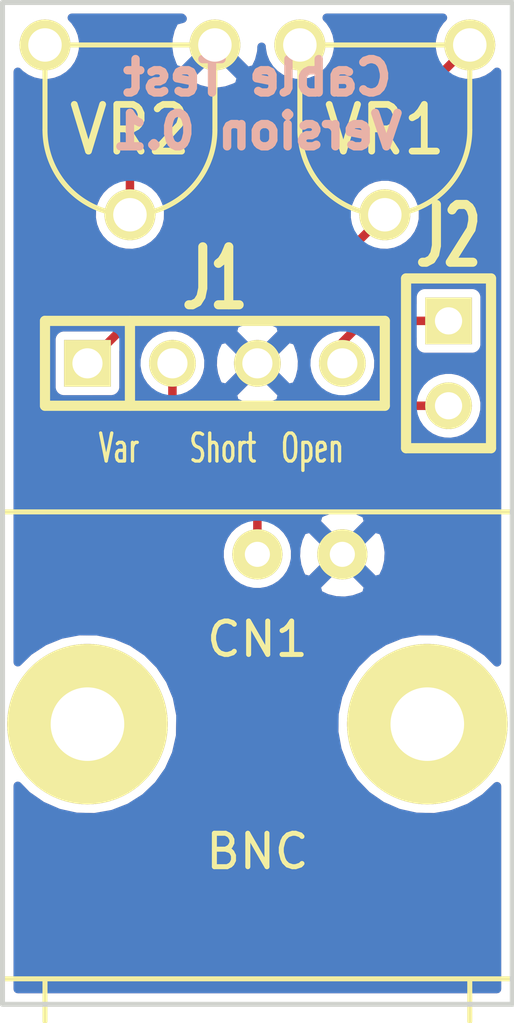
<source format=kicad_pcb>
(kicad_pcb (version 3) (host pcbnew "(2013-jul-07)-stable")

  (general
    (links 7)
    (no_connects 0)
    (area 55.550999 15.164999 72.9234 46.049001)
    (thickness 1.6)
    (drawings 7)
    (tracks 15)
    (zones 0)
    (modules 5)
    (nets 6)
  )

  (page A3)
  (layers
    (15 F.Cu signal)
    (0 B.Cu signal)
    (16 B.Adhes user)
    (17 F.Adhes user)
    (18 B.Paste user)
    (19 F.Paste user)
    (20 B.SilkS user)
    (21 F.SilkS user)
    (22 B.Mask user)
    (23 F.Mask user)
    (24 Dwgs.User user)
    (25 Cmts.User user)
    (26 Eco1.User user)
    (27 Eco2.User user)
    (28 Edge.Cuts user)
  )

  (setup
    (last_trace_width 0.254)
    (trace_clearance 0.254)
    (zone_clearance 0.254)
    (zone_45_only yes)
    (trace_min 0.1524)
    (segment_width 0.2)
    (edge_width 0.15)
    (via_size 0.889)
    (via_drill 0.635)
    (via_min_size 0.6858)
    (via_min_drill 0.3302)
    (uvia_size 0.508)
    (uvia_drill 0.127)
    (uvias_allowed no)
    (uvia_min_size 0.508)
    (uvia_min_drill 0.127)
    (pcb_text_width 0.3)
    (pcb_text_size 1 1)
    (mod_edge_width 0.15)
    (mod_text_size 1 1)
    (mod_text_width 0.15)
    (pad_size 1.397 1.397)
    (pad_drill 0.8128)
    (pad_to_mask_clearance 0)
    (aux_axis_origin 0 0)
    (visible_elements FFFFFFBF)
    (pcbplotparams
      (layerselection 284196865)
      (usegerberextensions true)
      (excludeedgelayer true)
      (linewidth 0.150000)
      (plotframeref false)
      (viasonmask false)
      (mode 1)
      (useauxorigin false)
      (hpglpennumber 1)
      (hpglpenspeed 20)
      (hpglpendiameter 15)
      (hpglpenoverlay 2)
      (psnegative false)
      (psa4output false)
      (plotreference true)
      (plotvalue true)
      (plotothertext true)
      (plotinvisibletext false)
      (padsonsilk false)
      (subtractmaskfromsilk false)
      (outputformat 1)
      (mirror false)
      (drillshape 0)
      (scaleselection 1)
      (outputdirectory gerbers/))
  )

  (net 0 "")
  (net 1 GND)
  (net 2 N-000001)
  (net 3 N-000002)
  (net 4 N-000005)
  (net 5 N-000007)

  (net_class Default "This is the default net class."
    (clearance 0.254)
    (trace_width 0.254)
    (via_dia 0.889)
    (via_drill 0.635)
    (uvia_dia 0.508)
    (uvia_drill 0.127)
    (add_net "")
    (add_net GND)
    (add_net N-000001)
    (add_net N-000002)
    (add_net N-000005)
    (add_net N-000007)
  )

  (module BNC-RIGHT-ANGLE-PLASTIC (layer F.Cu) (tedit 52E4FB4E) (tstamp 52E5028B)
    (at 63.5 31.75)
    (path /52E4F0C4)
    (fp_text reference CN1 (at 0 2.54) (layer F.SilkS)
      (effects (font (size 1 1) (thickness 0.15)))
    )
    (fp_text value BNC (at 0 8.89) (layer F.SilkS)
      (effects (font (size 1 1) (thickness 0.15)))
    )
    (fp_line (start -6.35 13.97) (end -6.35 12.7) (layer F.SilkS) (width 0.15))
    (fp_line (start 6.35 12.7) (end 6.35 13.97) (layer F.SilkS) (width 0.15))
    (fp_line (start -6.35 -1.27) (end -7.62 -1.27) (layer F.SilkS) (width 0.15))
    (fp_line (start -7.62 -1.27) (end -7.62 12.7) (layer F.SilkS) (width 0.15))
    (fp_line (start -7.62 12.7) (end 7.62 12.7) (layer F.SilkS) (width 0.15))
    (fp_line (start 7.62 12.7) (end 7.62 11.43) (layer F.SilkS) (width 0.15))
    (fp_line (start -7.23 -1.27) (end 7.62 -1.27) (layer F.SilkS) (width 0.15))
    (fp_line (start 7.62 -1.27) (end 7.62 12.23) (layer F.SilkS) (width 0.15))
    (pad NC thru_hole circle (at -5.08 5.08) (size 4.8 4.8) (drill 2.2)
      (layers *.Cu *.Mask F.SilkS)
    )
    (pad NC thru_hole circle (at 5.08 5.08) (size 4.8 4.8) (drill 2.2)
      (layers *.Cu *.Mask F.SilkS)
    )
    (pad 1 thru_hole circle (at 0 0) (size 1.5 1.5) (drill 0.75)
      (layers *.Cu *.Mask F.SilkS)
      (net 3 N-000002)
    )
    (pad 2 thru_hole circle (at 2.54 0) (size 1.5 1.5) (drill 0.75)
      (layers *.Cu *.Mask F.SilkS)
      (net 1 GND)
    )
  )

  (module RV-BLUE-PLASTIC (layer F.Cu) (tedit 52E52E37) (tstamp 52E5407E)
    (at 67.31 21.59 180)
    (descr "Resistance variable / potentiometre")
    (tags R)
    (path /52E4B00B)
    (autoplace_cost90 10)
    (autoplace_cost180 10)
    (fp_text reference VR1 (at 0 2.54 180) (layer F.SilkS)
      (effects (font (size 1.397 1.27) (thickness 0.2032)))
    )
    (fp_text value 10R (at 0 2.54 180) (layer F.SilkS) hide
      (effects (font (size 1.397 1.27) (thickness 0.2032)))
    )
    (fp_line (start -2.54 2.54) (end -2.54 5.08) (layer F.SilkS) (width 0.15))
    (fp_line (start -2.54 5.08) (end 2.54 5.08) (layer F.SilkS) (width 0.15))
    (fp_line (start 2.54 5.08) (end 2.54 2.54) (layer F.SilkS) (width 0.15))
    (fp_arc (start 0 2.54) (end 0 0) (angle 90) (layer F.SilkS) (width 0.15))
    (fp_arc (start 0 2.54) (end -2.54 2.54) (angle 90) (layer F.SilkS) (width 0.15))
    (pad 2 thru_hole circle (at 0 0 180) (size 1.524 1.524) (drill 1)
      (layers *.Cu *.Mask F.SilkS)
      (net 4 N-000005)
    )
    (pad 1 thru_hole circle (at -2.54 5.08 180) (size 1.524 1.524) (drill 1)
      (layers *.Cu *.Mask F.SilkS)
      (net 5 N-000007)
    )
    (pad 3 thru_hole circle (at 2.54 5.08 180) (size 1.524 1.524) (drill 1)
      (layers *.Cu *.Mask F.SilkS)
    )
    (model discret/adjustable_rx2.wrl
      (at (xyz 0 0 0))
      (scale (xyz 1 1 1))
      (rotate (xyz 0 0 0))
    )
  )

  (module RV-BLUE-PLASTIC (layer F.Cu) (tedit 52E52E2C) (tstamp 52E5408A)
    (at 59.69 21.59 180)
    (descr "Resistance variable / potentiometre")
    (tags R)
    (path /52E4AFFE)
    (autoplace_cost90 10)
    (autoplace_cost180 10)
    (fp_text reference VR2 (at 0 2.54 180) (layer F.SilkS)
      (effects (font (size 1.397 1.27) (thickness 0.2032)))
    )
    (fp_text value 200R (at 0 2.54 180) (layer F.SilkS) hide
      (effects (font (size 1.397 1.27) (thickness 0.2032)))
    )
    (fp_line (start -2.54 2.54) (end -2.54 5.08) (layer F.SilkS) (width 0.15))
    (fp_line (start -2.54 5.08) (end 2.54 5.08) (layer F.SilkS) (width 0.15))
    (fp_line (start 2.54 5.08) (end 2.54 2.54) (layer F.SilkS) (width 0.15))
    (fp_arc (start 0 2.54) (end 0 0) (angle 90) (layer F.SilkS) (width 0.15))
    (fp_arc (start 0 2.54) (end -2.54 2.54) (angle 90) (layer F.SilkS) (width 0.15))
    (pad 2 thru_hole circle (at 0 0 180) (size 1.524 1.524) (drill 1)
      (layers *.Cu *.Mask F.SilkS)
      (net 5 N-000007)
    )
    (pad 1 thru_hole circle (at -2.54 5.08 180) (size 1.524 1.524) (drill 1)
      (layers *.Cu *.Mask F.SilkS)
      (net 1 GND)
    )
    (pad 3 thru_hole circle (at 2.54 5.08 180) (size 1.524 1.524) (drill 1)
      (layers *.Cu *.Mask F.SilkS)
    )
    (model discret/adjustable_rx2.wrl
      (at (xyz 0 0 0))
      (scale (xyz 1 1 1))
      (rotate (xyz 0 0 0))
    )
  )

  (module SIL-4 (layer F.Cu) (tedit 52E53AAA) (tstamp 52E51D2F)
    (at 62.23 26.035)
    (descr "Connecteur 4 pibs")
    (tags "CONN DEV")
    (path /52E50F02)
    (fp_text reference J1 (at 0 -2.54) (layer F.SilkS)
      (effects (font (size 1.73482 1.08712) (thickness 0.3048)))
    )
    (fp_text value SIL4 (at 0 -2.54) (layer F.SilkS) hide
      (effects (font (size 1.524 1.016) (thickness 0.3048)))
    )
    (fp_line (start -5.08 -1.27) (end -5.08 -1.27) (layer F.SilkS) (width 0.3048))
    (fp_line (start -5.08 1.27) (end -5.08 -1.27) (layer F.SilkS) (width 0.3048))
    (fp_line (start -5.08 -1.27) (end -5.08 -1.27) (layer F.SilkS) (width 0.3048))
    (fp_line (start -5.08 -1.27) (end 5.08 -1.27) (layer F.SilkS) (width 0.3048))
    (fp_line (start 5.08 -1.27) (end 5.08 1.27) (layer F.SilkS) (width 0.3048))
    (fp_line (start 5.08 1.27) (end -5.08 1.27) (layer F.SilkS) (width 0.3048))
    (fp_line (start -2.54 1.27) (end -2.54 -1.27) (layer F.SilkS) (width 0.3048))
    (pad 1 thru_hole rect (at -3.81 0) (size 1.397 1.397) (drill 0.9)
      (layers *.Cu *.Mask F.SilkS)
      (net 4 N-000005)
    )
    (pad 2 thru_hole circle (at -1.27 0) (size 1.397 1.397) (drill 0.9)
      (layers *.Cu *.Mask F.SilkS)
      (net 3 N-000002)
    )
    (pad 3 thru_hole circle (at 1.27 0) (size 1.397 1.397) (drill 0.9)
      (layers *.Cu *.Mask F.SilkS)
      (net 1 GND)
    )
    (pad 4 thru_hole circle (at 3.81 0) (size 1.397 1.397) (drill 0.9)
      (layers *.Cu *.Mask F.SilkS)
      (net 2 N-000001)
    )
  )

  (module SIL-2 (layer F.Cu) (tedit 52E53C66) (tstamp 52E57FC7)
    (at 69.215 26.035 270)
    (descr "Connecteurs 2 pins")
    (tags "CONN DEV")
    (path /52E539B0)
    (fp_text reference J2 (at -3.81 0 360) (layer F.SilkS)
      (effects (font (size 1.72974 1.08712) (thickness 0.3048)))
    )
    (fp_text value SIL4 (at 0 -2.54 270) (layer F.SilkS) hide
      (effects (font (size 1.524 1.016) (thickness 0.3048)))
    )
    (fp_line (start -2.54 1.27) (end -2.54 -1.27) (layer F.SilkS) (width 0.3048))
    (fp_line (start -2.54 -1.27) (end 2.54 -1.27) (layer F.SilkS) (width 0.3048))
    (fp_line (start 2.54 -1.27) (end 2.54 1.27) (layer F.SilkS) (width 0.3048))
    (fp_line (start 2.54 1.27) (end -2.54 1.27) (layer F.SilkS) (width 0.3048))
    (pad 1 thru_hole rect (at -1.27 0 270) (size 1.397 1.397) (drill 0.8128)
      (layers *.Cu *.Mask F.SilkS)
      (net 2 N-000001)
    )
    (pad 2 thru_hole circle (at 1.27 0 270) (size 1.397 1.397) (drill 0.8128)
      (layers *.Cu *.Mask F.SilkS)
      (net 3 N-000002)
    )
  )

  (gr_text "Aaron Pelly" (at 63.5 41.91) (layer B.Mask)
    (effects (font (size 2.5 1.6) (thickness 0.25)) (justify mirror))
  )
  (gr_text "Cable Test\nVersion 0.1" (at 63.5 18.288) (layer B.SilkS)
    (effects (font (size 1 1) (thickness 0.25)) (justify mirror))
  )
  (gr_text " Var    Short  Open" (at 62.23 28.575) (layer F.SilkS)
    (effects (font (size 0.8382 0.5) (thickness 0.1)))
  )
  (gr_line (start 55.88 45.212) (end 55.88 15.24) (angle 90) (layer Edge.Cuts) (width 0.15))
  (gr_line (start 71.12 15.24) (end 71.12 45.212) (angle 90) (layer Edge.Cuts) (width 0.15))
  (gr_line (start 55.88 45.212) (end 71.12 45.212) (angle 90) (layer Edge.Cuts) (width 0.15))
  (gr_line (start 55.88 15.24) (end 71.12 15.24) (angle 90) (layer Edge.Cuts) (width 0.15))

  (segment (start 66.04 26.035) (end 66.04 25.4) (width 0.254) (layer F.Cu) (net 2))
  (segment (start 66.675 24.765) (end 69.215 24.765) (width 0.254) (layer F.Cu) (net 2) (tstamp 52E57FD3))
  (segment (start 66.04 25.4) (end 66.675 24.765) (width 0.254) (layer F.Cu) (net 2) (tstamp 52E57FD2))
  (segment (start 63.5 29.845) (end 66.04 27.305) (width 0.254) (layer F.Cu) (net 3))
  (segment (start 66.04 27.305) (end 69.215 27.305) (width 0.254) (layer F.Cu) (net 3) (tstamp 52E57FF5) (status 800000))
  (segment (start 63.5 31.75) (end 63.5 29.845) (width 0.254) (layer F.Cu) (net 3) (status 10))
  (segment (start 60.96 27.305) (end 60.96 26.035) (width 0.254) (layer F.Cu) (net 3) (tstamp 52E523EE) (status 20))
  (segment (start 63.5 29.845) (end 60.96 27.305) (width 0.254) (layer F.Cu) (net 3) (tstamp 52E523ED))
  (segment (start 58.42 26.035) (end 60.96 23.495) (width 0.254) (layer F.Cu) (net 4) (status 10))
  (segment (start 65.405 23.495) (end 67.31 21.59) (width 0.254) (layer F.Cu) (net 4) (tstamp 52E524B6) (status 20))
  (segment (start 60.96 23.495) (end 65.405 23.495) (width 0.254) (layer F.Cu) (net 4) (tstamp 52E524AD))
  (segment (start 59.69 21.59) (end 59.69 20.32) (width 0.254) (layer F.Cu) (net 5) (status 10))
  (segment (start 67.31 19.05) (end 69.85 16.51) (width 0.254) (layer F.Cu) (net 5) (tstamp 52E524F0) (status 20))
  (segment (start 60.96 19.05) (end 67.31 19.05) (width 0.254) (layer F.Cu) (net 5) (tstamp 52E524E9))
  (segment (start 59.69 20.32) (end 60.96 19.05) (width 0.254) (layer F.Cu) (net 5) (tstamp 52E524E5))

  (zone (net 1) (net_name GND) (layer F.Cu) (tstamp 52E51E37) (hatch edge 0.508)
    (connect_pads (clearance 0.254))
    (min_thickness 0.254)
    (fill (arc_segments 32) (thermal_gap 0.508) (thermal_bridge_width 0.508) (smoothing fillet))
    (polygon
      (pts
        (xy 71.12 45.212) (xy 55.88 45.212) (xy 55.88 15.24) (xy 56.896 15.24) (xy 71.12 15.24)
      )
    )
    (filled_polygon
      (pts
        (xy 70.664 44.756) (xy 56.336 44.756) (xy 56.336 38.675533) (xy 56.608857 38.958085) (xy 57.056698 39.269342)
        (xy 57.556466 39.487686) (xy 58.089125 39.604798) (xy 58.634388 39.61622) (xy 59.171485 39.521515) (xy 59.679957 39.324292)
        (xy 60.140439 39.032061) (xy 60.535389 38.655955) (xy 60.849765 38.210299) (xy 61.071592 37.712067) (xy 61.192421 37.180238)
        (xy 61.201119 36.557309) (xy 61.095187 36.022313) (xy 60.887358 35.518082) (xy 60.585548 35.063822) (xy 60.201253 34.676835)
        (xy 59.749111 34.371861) (xy 59.246343 34.160517) (xy 58.7121 34.050852) (xy 58.166731 34.047045) (xy 57.631009 34.149239)
        (xy 57.12534 34.353543) (xy 56.668983 34.652174) (xy 56.336 34.978255) (xy 56.336 17.312561) (xy 56.405615 17.38465)
        (xy 56.589679 17.512577) (xy 56.795085 17.602317) (xy 57.014009 17.650451) (xy 57.238114 17.655145) (xy 57.458862 17.616221)
        (xy 57.667846 17.535162) (xy 57.857106 17.415054) (xy 58.019432 17.260473) (xy 58.148641 17.077307) (xy 58.239813 16.872532)
        (xy 58.289473 16.653949) (xy 58.293049 16.397923) (xy 58.24951 16.178038) (xy 58.164092 15.970798) (xy 58.040047 15.784095)
        (xy 57.952565 15.696) (xy 61.236392 15.696) (xy 61.264433 15.724041) (xy 61.024344 15.79102) (xy 60.907655 16.038893)
        (xy 60.841334 16.30471) (xy 60.827906 16.578346) (xy 60.867884 16.849379) (xy 60.959744 17.107486) (xy 61.024344 17.22898)
        (xy 61.264436 17.295959) (xy 62.050395 16.51) (xy 62.036252 16.495857) (xy 62.215857 16.316252) (xy 62.23 16.330395)
        (xy 62.244142 16.316252) (xy 62.423747 16.495857) (xy 62.409605 16.51) (xy 63.195564 17.295959) (xy 63.435656 17.22898)
        (xy 63.552345 16.981107) (xy 63.618666 16.71529) (xy 63.626084 16.564118) (xy 63.625498 16.606107) (xy 63.665962 16.826578)
        (xy 63.748479 17.034991) (xy 63.869905 17.223407) (xy 64.025615 17.38465) (xy 64.209679 17.512577) (xy 64.415085 17.602317)
        (xy 64.634009 17.650451) (xy 64.858114 17.655145) (xy 65.078862 17.616221) (xy 65.287846 17.535162) (xy 65.477106 17.415054)
        (xy 65.639432 17.260473) (xy 65.768641 17.077307) (xy 65.859813 16.872532) (xy 65.909473 16.653949) (xy 65.913049 16.397923)
        (xy 65.86951 16.178038) (xy 65.784092 15.970798) (xy 65.660047 15.784095) (xy 65.572565 15.696) (xy 69.047517 15.696)
        (xy 68.970175 15.771739) (xy 68.843535 15.956691) (xy 68.755232 16.162719) (xy 68.708628 16.381975) (xy 68.705498 16.606107)
        (xy 68.745962 16.826578) (xy 68.765543 16.876035) (xy 67.099579 18.542) (xy 63.015959 18.542) (xy 63.015959 17.475564)
        (xy 62.23 16.689605) (xy 62.050395 16.86921) (xy 61.444041 17.475564) (xy 61.51102 17.715656) (xy 61.758893 17.832345)
        (xy 62.02471 17.898666) (xy 62.298346 17.912094) (xy 62.569379 17.872116) (xy 62.827486 17.780256) (xy 62.94898 17.715656)
        (xy 63.015959 17.475564) (xy 63.015959 18.542) (xy 60.96 18.542) (xy 60.9133 18.546579) (xy 60.866552 18.550669)
        (xy 60.863986 18.551414) (xy 60.861329 18.551675) (xy 60.81641 18.565236) (xy 60.771344 18.57833) (xy 60.768973 18.579558)
        (xy 60.766416 18.580331) (xy 60.724966 18.602369) (xy 60.683323 18.623956) (xy 60.681237 18.625621) (xy 60.678877 18.626876)
        (xy 60.642487 18.656554) (xy 60.60584 18.68581) (xy 60.602124 18.689473) (xy 60.602046 18.689538) (xy 60.601985 18.68961)
        (xy 60.60079 18.69079) (xy 59.33079 19.96079) (xy 59.301023 19.997028) (xy 59.270842 20.032997) (xy 59.269554 20.035339)
        (xy 59.26786 20.037402) (xy 59.245689 20.078749) (xy 59.223079 20.119878) (xy 59.222271 20.122423) (xy 59.221009 20.124778)
        (xy 59.207284 20.16967) (xy 59.193101 20.214381) (xy 59.192803 20.217034) (xy 59.192022 20.21959) (xy 59.187276 20.266312)
        (xy 59.18205 20.312907) (xy 59.182013 20.318126) (xy 59.182003 20.318227) (xy 59.182011 20.31832) (xy 59.182 20.32)
        (xy 59.182 20.562428) (xy 59.157891 20.572169) (xy 58.970327 20.694907) (xy 58.810175 20.851739) (xy 58.683535 21.036691)
        (xy 58.595232 21.242719) (xy 58.548628 21.461975) (xy 58.545498 21.686107) (xy 58.585962 21.906578) (xy 58.668479 22.114991)
        (xy 58.789905 22.303407) (xy 58.945615 22.46465) (xy 59.129679 22.592577) (xy 59.335085 22.682317) (xy 59.554009 22.730451)
        (xy 59.778114 22.735145) (xy 59.998862 22.696221) (xy 60.207846 22.615162) (xy 60.397106 22.495054) (xy 60.559432 22.340473)
        (xy 60.688641 22.157307) (xy 60.779813 21.952532) (xy 60.829473 21.733949) (xy 60.833049 21.477923) (xy 60.78951 21.258038)
        (xy 60.704092 21.050798) (xy 60.580047 20.864095) (xy 60.422101 20.705042) (xy 60.236269 20.579697) (xy 60.198 20.56361)
        (xy 60.198 20.53042) (xy 61.17042 19.558) (xy 67.31 19.558) (xy 67.356703 19.55342) (xy 67.403448 19.549331)
        (xy 67.406013 19.548585) (xy 67.408671 19.548325) (xy 67.453556 19.534773) (xy 67.498655 19.521671) (xy 67.501029 19.52044)
        (xy 67.503584 19.519669) (xy 67.544977 19.49766) (xy 67.586677 19.476045) (xy 67.588766 19.474377) (xy 67.591123 19.473124)
        (xy 67.627508 19.443448) (xy 67.664159 19.41419) (xy 67.667873 19.410527) (xy 67.667954 19.410462) (xy 67.668015 19.410387)
        (xy 67.66921 19.40921) (xy 69.481875 17.596545) (xy 69.495085 17.602317) (xy 69.714009 17.650451) (xy 69.938114 17.655145)
        (xy 70.158862 17.616221) (xy 70.367846 17.535162) (xy 70.557106 17.415054) (xy 70.664 17.31326) (xy 70.664 34.981702)
        (xy 70.361253 34.676835) (xy 70.294768 34.63199) (xy 70.294768 25.428802) (xy 70.294516 24.029141) (xy 70.280003 23.955846)
        (xy 70.25153 23.886766) (xy 70.210182 23.824532) (xy 70.157533 23.771514) (xy 70.095589 23.729733) (xy 70.02671 23.700778)
        (xy 69.953518 23.685754) (xy 69.878802 23.685232) (xy 68.479141 23.685484) (xy 68.453049 23.69065) (xy 68.453049 21.477923)
        (xy 68.40951 21.258038) (xy 68.324092 21.050798) (xy 68.200047 20.864095) (xy 68.042101 20.705042) (xy 67.856269 20.579697)
        (xy 67.64963 20.492834) (xy 67.430054 20.447762) (xy 67.205906 20.446197) (xy 66.985722 20.488199) (xy 66.777891 20.572169)
        (xy 66.590327 20.694907) (xy 66.430175 20.851739) (xy 66.303535 21.036691) (xy 66.215232 21.242719) (xy 66.168628 21.461975)
        (xy 66.165498 21.686107) (xy 66.205962 21.906578) (xy 66.225543 21.956035) (xy 65.194579 22.987) (xy 60.96 22.987)
        (xy 60.9133 22.991579) (xy 60.866552 22.995669) (xy 60.863986 22.996414) (xy 60.861329 22.996675) (xy 60.81641 23.010236)
        (xy 60.771344 23.02333) (xy 60.768973 23.024558) (xy 60.766416 23.025331) (xy 60.724966 23.047369) (xy 60.683323 23.068956)
        (xy 60.681237 23.070621) (xy 60.678877 23.071876) (xy 60.642487 23.101554) (xy 60.60584 23.13081) (xy 60.60212 23.134477)
        (xy 60.602046 23.134538) (xy 60.601989 23.134606) (xy 60.600789 23.13579) (xy 58.781293 24.955286) (xy 57.684141 24.955484)
        (xy 57.610846 24.969997) (xy 57.541766 24.99847) (xy 57.479532 25.039818) (xy 57.426514 25.092467) (xy 57.384733 25.154411)
        (xy 57.355778 25.22329) (xy 57.340754 25.296482) (xy 57.340232 25.371198) (xy 57.340484 26.770859) (xy 57.354997 26.844154)
        (xy 57.38347 26.913234) (xy 57.424818 26.975468) (xy 57.477467 27.028486) (xy 57.539411 27.070267) (xy 57.60829 27.099222)
        (xy 57.681482 27.114246) (xy 57.756198 27.114768) (xy 59.155859 27.114516) (xy 59.229154 27.100003) (xy 59.298234 27.07153)
        (xy 59.360468 27.030182) (xy 59.413486 26.977533) (xy 59.455267 26.915589) (xy 59.484222 26.84671) (xy 59.499246 26.773518)
        (xy 59.499768 26.698802) (xy 59.499583 25.673836) (xy 61.17042 24.003) (xy 65.405 24.003) (xy 65.451703 23.99842)
        (xy 65.498448 23.994331) (xy 65.501013 23.993585) (xy 65.503671 23.993325) (xy 65.548556 23.979773) (xy 65.593655 23.966671)
        (xy 65.596029 23.96544) (xy 65.598584 23.964669) (xy 65.639977 23.94266) (xy 65.681677 23.921045) (xy 65.683766 23.919377)
        (xy 65.686123 23.918124) (xy 65.722508 23.888448) (xy 65.759159 23.85919) (xy 65.762873 23.855527) (xy 65.762954 23.855462)
        (xy 65.763015 23.855387) (xy 65.76421 23.85421) (xy 66.941874 22.676545) (xy 66.955085 22.682317) (xy 67.174009 22.730451)
        (xy 67.398114 22.735145) (xy 67.618862 22.696221) (xy 67.827846 22.615162) (xy 68.017106 22.495054) (xy 68.179432 22.340473)
        (xy 68.308641 22.157307) (xy 68.399813 21.952532) (xy 68.449473 21.733949) (xy 68.453049 21.477923) (xy 68.453049 23.69065)
        (xy 68.405846 23.699997) (xy 68.336766 23.72847) (xy 68.274532 23.769818) (xy 68.221514 23.822467) (xy 68.179733 23.884411)
        (xy 68.150778 23.95329) (xy 68.135754 24.026482) (xy 68.135232 24.101198) (xy 68.13526 24.257) (xy 66.675 24.257)
        (xy 66.6283 24.261579) (xy 66.581552 24.265669) (xy 66.578986 24.266414) (xy 66.576329 24.266675) (xy 66.53141 24.280236)
        (xy 66.486344 24.29333) (xy 66.483973 24.294558) (xy 66.481416 24.295331) (xy 66.439966 24.317369) (xy 66.398323 24.338956)
        (xy 66.396237 24.340621) (xy 66.393877 24.341876) (xy 66.357487 24.371554) (xy 66.32084 24.40081) (xy 66.31712 24.404477)
        (xy 66.317046 24.404538) (xy 66.316989 24.404606) (xy 66.315789 24.40579) (xy 65.722717 24.998862) (xy 65.537452 25.073715)
        (xy 65.360308 25.189634) (xy 65.209054 25.337753) (xy 65.08945 25.512431) (xy 65.006052 25.707012) (xy 64.962037 25.914087)
        (xy 64.959081 26.125767) (xy 64.997297 26.33399) (xy 65.07523 26.530825) (xy 65.18991 26.708773) (xy 65.336969 26.861058)
        (xy 65.510807 26.981879) (xy 65.603989 27.022589) (xy 64.838067 27.788511) (xy 64.838067 25.96397) (xy 64.798788 25.705425)
        (xy 64.710038 25.459432) (xy 64.653812 25.353687) (xy 64.420196 25.294409) (xy 64.240591 25.474014) (xy 64.240591 25.114804)
        (xy 64.181313 24.881188) (xy 63.944228 24.770828) (xy 63.690222 24.70862) (xy 63.42897 24.696933) (xy 63.170425 24.736212)
        (xy 62.924432 24.824962) (xy 62.818687 24.881188) (xy 62.759409 25.114804) (xy 63.5 25.855395) (xy 64.240591 25.114804)
        (xy 64.240591 25.474014) (xy 63.679605 26.035) (xy 64.420196 26.775591) (xy 64.653812 26.716313) (xy 64.764172 26.479228)
        (xy 64.82638 26.225222) (xy 64.838067 25.96397) (xy 64.838067 27.788511) (xy 64.240591 28.385987) (xy 64.240591 26.955196)
        (xy 63.5 26.214605) (xy 63.320395 26.39421) (xy 63.320395 26.035) (xy 62.579804 25.294409) (xy 62.346188 25.353687)
        (xy 62.235828 25.590772) (xy 62.17362 25.844778) (xy 62.161933 26.10603) (xy 62.201212 26.364575) (xy 62.289962 26.610568)
        (xy 62.346188 26.716313) (xy 62.579804 26.775591) (xy 63.320395 26.035) (xy 63.320395 26.39421) (xy 62.759409 26.955196)
        (xy 62.818687 27.188812) (xy 63.055772 27.299172) (xy 63.309778 27.36138) (xy 63.57103 27.373067) (xy 63.829575 27.333788)
        (xy 64.075568 27.245038) (xy 64.181313 27.188812) (xy 64.240591 26.955196) (xy 64.240591 28.385987) (xy 63.5 29.126579)
        (xy 61.468 27.094579) (xy 61.468 26.991199) (xy 61.627822 26.889773) (xy 61.78113 26.74378) (xy 61.903161 26.57079)
        (xy 61.989268 26.377392) (xy 62.03617 26.170952) (xy 62.039546 25.92915) (xy 61.998426 25.721481) (xy 61.917754 25.525753)
        (xy 61.8006 25.349423) (xy 61.651428 25.199207) (xy 61.475921 25.080825) (xy 61.280761 24.998788) (xy 61.073384 24.956219)
        (xy 60.861689 24.954741) (xy 60.653738 24.99441) (xy 60.457452 25.073715) (xy 60.280308 25.189634) (xy 60.129054 25.337753)
        (xy 60.00945 25.512431) (xy 59.926052 25.707012) (xy 59.882037 25.914087) (xy 59.879081 26.125767) (xy 59.917297 26.33399)
        (xy 59.99523 26.530825) (xy 60.10991 26.708773) (xy 60.256969 26.861058) (xy 60.430807 26.981879) (xy 60.452 26.991137)
        (xy 60.452 27.305) (xy 60.456579 27.351703) (xy 60.460669 27.398448) (xy 60.461414 27.401013) (xy 60.461675 27.403671)
        (xy 60.475226 27.448556) (xy 60.488329 27.493655) (xy 60.489559 27.496029) (xy 60.490331 27.498584) (xy 60.512339 27.539977)
        (xy 60.533955 27.581677) (xy 60.535622 27.583766) (xy 60.536876 27.586123) (xy 60.566551 27.622508) (xy 60.59581 27.659159)
        (xy 60.599472 27.662873) (xy 60.599538 27.662954) (xy 60.599612 27.663015) (xy 60.60079 27.66421) (xy 62.992 30.05542)
        (xy 62.992 30.73537) (xy 62.973477 30.742854) (xy 62.787882 30.864304) (xy 62.629412 31.01949) (xy 62.504102 31.2025)
        (xy 62.416725 31.406365) (xy 62.370611 31.623319) (xy 62.367514 31.845098) (xy 62.407553 32.063254) (xy 62.489203 32.269479)
        (xy 62.609354 32.455917) (xy 62.76343 32.615467) (xy 62.945561 32.742051) (xy 63.148811 32.830849) (xy 63.365437 32.878477)
        (xy 63.587189 32.883123) (xy 63.80562 32.844607) (xy 64.01241 32.764399) (xy 64.199682 32.645552) (xy 64.360304 32.492594)
        (xy 64.488157 32.311351) (xy 64.578371 32.108726) (xy 64.627511 31.892438) (xy 64.631048 31.6391) (xy 64.587967 31.421523)
        (xy 64.503445 31.216459) (xy 64.380703 31.031716) (xy 64.224415 30.874333) (xy 64.040534 30.750304) (xy 64.008 30.736628)
        (xy 64.008 30.05542) (xy 66.25042 27.813) (xy 68.258076 27.813) (xy 68.36491 27.978773) (xy 68.511969 28.131058)
        (xy 68.685807 28.251879) (xy 68.879802 28.336633) (xy 69.086564 28.382093) (xy 69.298219 28.386526) (xy 69.506704 28.349765)
        (xy 69.704077 28.273208) (xy 69.882822 28.159773) (xy 70.03613 28.01378) (xy 70.158161 27.84079) (xy 70.244268 27.647392)
        (xy 70.29117 27.440952) (xy 70.294546 27.19915) (xy 70.253426 26.991481) (xy 70.172754 26.795753) (xy 70.0556 26.619423)
        (xy 69.906428 26.469207) (xy 69.730921 26.350825) (xy 69.535761 26.268788) (xy 69.328384 26.226219) (xy 69.116689 26.224741)
        (xy 68.908738 26.26441) (xy 68.712452 26.343715) (xy 68.535308 26.459634) (xy 68.384054 26.607753) (xy 68.26445 26.782431)
        (xy 68.258205 26.797) (xy 66.805243 26.797) (xy 66.86113 26.74378) (xy 66.983161 26.57079) (xy 67.069268 26.377392)
        (xy 67.11617 26.170952) (xy 67.119546 25.92915) (xy 67.078426 25.721481) (xy 66.997754 25.525753) (xy 66.8806 25.349423)
        (xy 66.844923 25.313497) (xy 66.88542 25.273) (xy 68.135442 25.273) (xy 68.135484 25.500859) (xy 68.149997 25.574154)
        (xy 68.17847 25.643234) (xy 68.219818 25.705468) (xy 68.272467 25.758486) (xy 68.334411 25.800267) (xy 68.40329 25.829222)
        (xy 68.476482 25.844246) (xy 68.551198 25.844768) (xy 69.950859 25.844516) (xy 70.024154 25.830003) (xy 70.093234 25.80153)
        (xy 70.155468 25.760182) (xy 70.208486 25.707533) (xy 70.250267 25.645589) (xy 70.279222 25.57671) (xy 70.294246 25.503518)
        (xy 70.294768 25.428802) (xy 70.294768 34.63199) (xy 69.909111 34.371861) (xy 69.406343 34.160517) (xy 68.8721 34.050852)
        (xy 68.326731 34.047045) (xy 67.791009 34.149239) (xy 67.429997 34.295097) (xy 67.429997 31.681147) (xy 67.390152 31.412473)
        (xy 67.298879 31.156655) (xy 67.23586 31.038137) (xy 66.996993 30.972612) (xy 66.817388 31.152217) (xy 66.817388 30.793007)
        (xy 66.751863 30.55414) (xy 66.506029 30.438646) (xy 66.242443 30.373102) (xy 65.971147 30.360003) (xy 65.702473 30.399848)
        (xy 65.446655 30.491121) (xy 65.328137 30.55414) (xy 65.262612 30.793007) (xy 66.04 31.570395) (xy 66.817388 30.793007)
        (xy 66.817388 31.152217) (xy 66.219605 31.75) (xy 66.996993 32.527388) (xy 67.23586 32.461863) (xy 67.351354 32.216029)
        (xy 67.416898 31.952443) (xy 67.429997 31.681147) (xy 67.429997 34.295097) (xy 67.28534 34.353543) (xy 66.828983 34.652174)
        (xy 66.817388 34.663528) (xy 66.817388 32.706993) (xy 66.04 31.929605) (xy 65.860395 32.10921) (xy 65.860395 31.75)
        (xy 65.083007 30.972612) (xy 64.84414 31.038137) (xy 64.728646 31.283971) (xy 64.663102 31.547557) (xy 64.650003 31.818853)
        (xy 64.689848 32.087527) (xy 64.781121 32.343345) (xy 64.84414 32.461863) (xy 65.083007 32.527388) (xy 65.860395 31.75)
        (xy 65.860395 32.10921) (xy 65.262612 32.706993) (xy 65.328137 32.94586) (xy 65.573971 33.061354) (xy 65.837557 33.126898)
        (xy 66.108853 33.139997) (xy 66.377527 33.100152) (xy 66.633345 33.008879) (xy 66.751863 32.94586) (xy 66.817388 32.706993)
        (xy 66.817388 34.663528) (xy 66.439323 35.033758) (xy 66.1312 35.483761) (xy 65.916351 35.985041) (xy 65.802959 36.518505)
        (xy 65.795345 37.063834) (xy 65.893796 37.600256) (xy 66.094565 38.10734) (xy 66.390003 38.56577) (xy 66.768857 38.958085)
        (xy 67.216698 39.269342) (xy 67.716466 39.487686) (xy 68.249125 39.604798) (xy 68.794388 39.61622) (xy 69.331485 39.521515)
        (xy 69.839957 39.324292) (xy 70.300439 39.032061) (xy 70.664 38.685846) (xy 70.664 44.756)
      )
    )
  )
  (zone (net 1) (net_name GND) (layer B.Cu) (tstamp 52E52547) (hatch edge 0.508)
    (connect_pads (clearance 0.254))
    (min_thickness 0.254)
    (fill (arc_segments 32) (thermal_gap 0.508) (thermal_bridge_width 0.508) (smoothing fillet))
    (polygon
      (pts
        (xy 71.12 45.085) (xy 55.88 45.085) (xy 55.88 15.24) (xy 71.12 15.24)
      )
    )
    (filled_polygon
      (pts
        (xy 70.664 44.756) (xy 64.631048 44.756) (xy 64.631048 31.6391) (xy 64.587967 31.421523) (xy 64.503445 31.216459)
        (xy 64.380703 31.031716) (xy 64.240591 30.890622) (xy 64.240591 26.955196) (xy 63.5 26.214605) (xy 63.320395 26.39421)
        (xy 63.320395 26.035) (xy 62.579804 25.294409) (xy 62.346188 25.353687) (xy 62.235828 25.590772) (xy 62.17362 25.844778)
        (xy 62.161933 26.10603) (xy 62.201212 26.364575) (xy 62.289962 26.610568) (xy 62.346188 26.716313) (xy 62.579804 26.775591)
        (xy 63.320395 26.035) (xy 63.320395 26.39421) (xy 62.759409 26.955196) (xy 62.818687 27.188812) (xy 63.055772 27.299172)
        (xy 63.309778 27.36138) (xy 63.57103 27.373067) (xy 63.829575 27.333788) (xy 64.075568 27.245038) (xy 64.181313 27.188812)
        (xy 64.240591 26.955196) (xy 64.240591 30.890622) (xy 64.224415 30.874333) (xy 64.040534 30.750304) (xy 63.836064 30.664353)
        (xy 63.618794 30.619754) (xy 63.396999 30.618205) (xy 63.179127 30.659767) (xy 62.973477 30.742854) (xy 62.787882 30.864304)
        (xy 62.629412 31.01949) (xy 62.504102 31.2025) (xy 62.416725 31.406365) (xy 62.370611 31.623319) (xy 62.367514 31.845098)
        (xy 62.407553 32.063254) (xy 62.489203 32.269479) (xy 62.609354 32.455917) (xy 62.76343 32.615467) (xy 62.945561 32.742051)
        (xy 63.148811 32.830849) (xy 63.365437 32.878477) (xy 63.587189 32.883123) (xy 63.80562 32.844607) (xy 64.01241 32.764399)
        (xy 64.199682 32.645552) (xy 64.360304 32.492594) (xy 64.488157 32.311351) (xy 64.578371 32.108726) (xy 64.627511 31.892438)
        (xy 64.631048 31.6391) (xy 64.631048 44.756) (xy 62.039546 44.756) (xy 62.039546 25.92915) (xy 61.998426 25.721481)
        (xy 61.917754 25.525753) (xy 61.8006 25.349423) (xy 61.651428 25.199207) (xy 61.475921 25.080825) (xy 61.280761 24.998788)
        (xy 61.073384 24.956219) (xy 60.861689 24.954741) (xy 60.833049 24.960204) (xy 60.833049 21.477923) (xy 60.78951 21.258038)
        (xy 60.704092 21.050798) (xy 60.580047 20.864095) (xy 60.422101 20.705042) (xy 60.236269 20.579697) (xy 60.02963 20.492834)
        (xy 59.810054 20.447762) (xy 59.585906 20.446197) (xy 59.365722 20.488199) (xy 59.157891 20.572169) (xy 58.970327 20.694907)
        (xy 58.810175 20.851739) (xy 58.683535 21.036691) (xy 58.595232 21.242719) (xy 58.548628 21.461975) (xy 58.545498 21.686107)
        (xy 58.585962 21.906578) (xy 58.668479 22.114991) (xy 58.789905 22.303407) (xy 58.945615 22.46465) (xy 59.129679 22.592577)
        (xy 59.335085 22.682317) (xy 59.554009 22.730451) (xy 59.778114 22.735145) (xy 59.998862 22.696221) (xy 60.207846 22.615162)
        (xy 60.397106 22.495054) (xy 60.559432 22.340473) (xy 60.688641 22.157307) (xy 60.779813 21.952532) (xy 60.829473 21.733949)
        (xy 60.833049 21.477923) (xy 60.833049 24.960204) (xy 60.653738 24.99441) (xy 60.457452 25.073715) (xy 60.280308 25.189634)
        (xy 60.129054 25.337753) (xy 60.00945 25.512431) (xy 59.926052 25.707012) (xy 59.882037 25.914087) (xy 59.879081 26.125767)
        (xy 59.917297 26.33399) (xy 59.99523 26.530825) (xy 60.10991 26.708773) (xy 60.256969 26.861058) (xy 60.430807 26.981879)
        (xy 60.624802 27.066633) (xy 60.831564 27.112093) (xy 61.043219 27.116526) (xy 61.251704 27.079765) (xy 61.449077 27.003208)
        (xy 61.627822 26.889773) (xy 61.78113 26.74378) (xy 61.903161 26.57079) (xy 61.989268 26.377392) (xy 62.03617 26.170952)
        (xy 62.039546 25.92915) (xy 62.039546 44.756) (xy 56.336 44.756) (xy 56.336 38.675533) (xy 56.608857 38.958085)
        (xy 57.056698 39.269342) (xy 57.556466 39.487686) (xy 58.089125 39.604798) (xy 58.634388 39.61622) (xy 59.171485 39.521515)
        (xy 59.679957 39.324292) (xy 60.140439 39.032061) (xy 60.535389 38.655955) (xy 60.849765 38.210299) (xy 61.071592 37.712067)
        (xy 61.192421 37.180238) (xy 61.201119 36.557309) (xy 61.095187 36.022313) (xy 60.887358 35.518082) (xy 60.585548 35.063822)
        (xy 60.201253 34.676835) (xy 59.749111 34.371861) (xy 59.499768 34.267046) (xy 59.499768 26.698802) (xy 59.499516 25.299141)
        (xy 59.485003 25.225846) (xy 59.45653 25.156766) (xy 59.415182 25.094532) (xy 59.362533 25.041514) (xy 59.300589 24.999733)
        (xy 59.23171 24.970778) (xy 59.158518 24.955754) (xy 59.083802 24.955232) (xy 57.684141 24.955484) (xy 57.610846 24.969997)
        (xy 57.541766 24.99847) (xy 57.479532 25.039818) (xy 57.426514 25.092467) (xy 57.384733 25.154411) (xy 57.355778 25.22329)
        (xy 57.340754 25.296482) (xy 57.340232 25.371198) (xy 57.340484 26.770859) (xy 57.354997 26.844154) (xy 57.38347 26.913234)
        (xy 57.424818 26.975468) (xy 57.477467 27.028486) (xy 57.539411 27.070267) (xy 57.60829 27.099222) (xy 57.681482 27.114246)
        (xy 57.756198 27.114768) (xy 59.155859 27.114516) (xy 59.229154 27.100003) (xy 59.298234 27.07153) (xy 59.360468 27.030182)
        (xy 59.413486 26.977533) (xy 59.455267 26.915589) (xy 59.484222 26.84671) (xy 59.499246 26.773518) (xy 59.499768 26.698802)
        (xy 59.499768 34.267046) (xy 59.246343 34.160517) (xy 58.7121 34.050852) (xy 58.166731 34.047045) (xy 57.631009 34.149239)
        (xy 57.12534 34.353543) (xy 56.668983 34.652174) (xy 56.336 34.978255) (xy 56.336 17.312561) (xy 56.405615 17.38465)
        (xy 56.589679 17.512577) (xy 56.795085 17.602317) (xy 57.014009 17.650451) (xy 57.238114 17.655145) (xy 57.458862 17.616221)
        (xy 57.667846 17.535162) (xy 57.857106 17.415054) (xy 58.019432 17.260473) (xy 58.148641 17.077307) (xy 58.239813 16.872532)
        (xy 58.289473 16.653949) (xy 58.293049 16.397923) (xy 58.24951 16.178038) (xy 58.164092 15.970798) (xy 58.040047 15.784095)
        (xy 57.952565 15.696) (xy 61.236392 15.696) (xy 61.264433 15.724041) (xy 61.024344 15.79102) (xy 60.907655 16.038893)
        (xy 60.841334 16.30471) (xy 60.827906 16.578346) (xy 60.867884 16.849379) (xy 60.959744 17.107486) (xy 61.024344 17.22898)
        (xy 61.264436 17.295959) (xy 62.050395 16.51) (xy 62.036252 16.495857) (xy 62.215857 16.316252) (xy 62.23 16.330395)
        (xy 62.244142 16.316252) (xy 62.423747 16.495857) (xy 62.409605 16.51) (xy 63.195564 17.295959) (xy 63.435656 17.22898)
        (xy 63.552345 16.981107) (xy 63.618666 16.71529) (xy 63.626084 16.564118) (xy 63.625498 16.606107) (xy 63.665962 16.826578)
        (xy 63.748479 17.034991) (xy 63.869905 17.223407) (xy 64.025615 17.38465) (xy 64.209679 17.512577) (xy 64.415085 17.602317)
        (xy 64.634009 17.650451) (xy 64.858114 17.655145) (xy 65.078862 17.616221) (xy 65.287846 17.535162) (xy 65.477106 17.415054)
        (xy 65.639432 17.260473) (xy 65.768641 17.077307) (xy 65.859813 16.872532) (xy 65.909473 16.653949) (xy 65.913049 16.397923)
        (xy 65.86951 16.178038) (xy 65.784092 15.970798) (xy 65.660047 15.784095) (xy 65.572565 15.696) (xy 69.047517 15.696)
        (xy 68.970175 15.771739) (xy 68.843535 15.956691) (xy 68.755232 16.162719) (xy 68.708628 16.381975) (xy 68.705498 16.606107)
        (xy 68.745962 16.826578) (xy 68.828479 17.034991) (xy 68.949905 17.223407) (xy 69.105615 17.38465) (xy 69.289679 17.512577)
        (xy 69.495085 17.602317) (xy 69.714009 17.650451) (xy 69.938114 17.655145) (xy 70.158862 17.616221) (xy 70.367846 17.535162)
        (xy 70.557106 17.415054) (xy 70.664 17.31326) (xy 70.664 34.981702) (xy 70.361253 34.676835) (xy 70.294768 34.63199)
        (xy 70.294768 25.428802) (xy 70.294516 24.029141) (xy 70.280003 23.955846) (xy 70.25153 23.886766) (xy 70.210182 23.824532)
        (xy 70.157533 23.771514) (xy 70.095589 23.729733) (xy 70.02671 23.700778) (xy 69.953518 23.685754) (xy 69.878802 23.685232)
        (xy 68.479141 23.685484) (xy 68.453049 23.69065) (xy 68.453049 21.477923) (xy 68.40951 21.258038) (xy 68.324092 21.050798)
        (xy 68.200047 20.864095) (xy 68.042101 20.705042) (xy 67.856269 20.579697) (xy 67.64963 20.492834) (xy 67.430054 20.447762)
        (xy 67.205906 20.446197) (xy 66.985722 20.488199) (xy 66.777891 20.572169) (xy 66.590327 20.694907) (xy 66.430175 20.851739)
        (xy 66.303535 21.036691) (xy 66.215232 21.242719) (xy 66.168628 21.461975) (xy 66.165498 21.686107) (xy 66.205962 21.906578)
        (xy 66.288479 22.114991) (xy 66.409905 22.303407) (xy 66.565615 22.46465) (xy 66.749679 22.592577) (xy 66.955085 22.682317)
        (xy 67.174009 22.730451) (xy 67.398114 22.735145) (xy 67.618862 22.696221) (xy 67.827846 22.615162) (xy 68.017106 22.495054)
        (xy 68.179432 22.340473) (xy 68.308641 22.157307) (xy 68.399813 21.952532) (xy 68.449473 21.733949) (xy 68.453049 21.477923)
        (xy 68.453049 23.69065) (xy 68.405846 23.699997) (xy 68.336766 23.72847) (xy 68.274532 23.769818) (xy 68.221514 23.822467)
        (xy 68.179733 23.884411) (xy 68.150778 23.95329) (xy 68.135754 24.026482) (xy 68.135232 24.101198) (xy 68.135484 25.500859)
        (xy 68.149997 25.574154) (xy 68.17847 25.643234) (xy 68.219818 25.705468) (xy 68.272467 25.758486) (xy 68.334411 25.800267)
        (xy 68.40329 25.829222) (xy 68.476482 25.844246) (xy 68.551198 25.844768) (xy 69.950859 25.844516) (xy 70.024154 25.830003)
        (xy 70.093234 25.80153) (xy 70.155468 25.760182) (xy 70.208486 25.707533) (xy 70.250267 25.645589) (xy 70.279222 25.57671)
        (xy 70.294246 25.503518) (xy 70.294768 25.428802) (xy 70.294768 34.63199) (xy 70.294546 34.63184) (xy 70.294546 27.19915)
        (xy 70.253426 26.991481) (xy 70.172754 26.795753) (xy 70.0556 26.619423) (xy 69.906428 26.469207) (xy 69.730921 26.350825)
        (xy 69.535761 26.268788) (xy 69.328384 26.226219) (xy 69.116689 26.224741) (xy 68.908738 26.26441) (xy 68.712452 26.343715)
        (xy 68.535308 26.459634) (xy 68.384054 26.607753) (xy 68.26445 26.782431) (xy 68.181052 26.977012) (xy 68.137037 27.184087)
        (xy 68.134081 27.395767) (xy 68.172297 27.60399) (xy 68.25023 27.800825) (xy 68.36491 27.978773) (xy 68.511969 28.131058)
        (xy 68.685807 28.251879) (xy 68.879802 28.336633) (xy 69.086564 28.382093) (xy 69.298219 28.386526) (xy 69.506704 28.349765)
        (xy 69.704077 28.273208) (xy 69.882822 28.159773) (xy 70.03613 28.01378) (xy 70.158161 27.84079) (xy 70.244268 27.647392)
        (xy 70.29117 27.440952) (xy 70.294546 27.19915) (xy 70.294546 34.63184) (xy 69.909111 34.371861) (xy 69.406343 34.160517)
        (xy 68.8721 34.050852) (xy 68.326731 34.047045) (xy 67.791009 34.149239) (xy 67.429997 34.295097) (xy 67.429997 31.681147)
        (xy 67.390152 31.412473) (xy 67.298879 31.156655) (xy 67.23586 31.038137) (xy 67.119546 31.00623) (xy 67.119546 25.92915)
        (xy 67.078426 25.721481) (xy 66.997754 25.525753) (xy 66.8806 25.349423) (xy 66.731428 25.199207) (xy 66.555921 25.080825)
        (xy 66.360761 24.998788) (xy 66.153384 24.956219) (xy 65.941689 24.954741) (xy 65.733738 24.99441) (xy 65.537452 25.073715)
        (xy 65.360308 25.189634) (xy 65.209054 25.337753) (xy 65.08945 25.512431) (xy 65.006052 25.707012) (xy 64.962037 25.914087)
        (xy 64.959081 26.125767) (xy 64.997297 26.33399) (xy 65.07523 26.530825) (xy 65.18991 26.708773) (xy 65.336969 26.861058)
        (xy 65.510807 26.981879) (xy 65.704802 27.066633) (xy 65.911564 27.112093) (xy 66.123219 27.116526) (xy 66.331704 27.079765)
        (xy 66.529077 27.003208) (xy 66.707822 26.889773) (xy 66.86113 26.74378) (xy 66.983161 26.57079) (xy 67.069268 26.377392)
        (xy 67.11617 26.170952) (xy 67.119546 25.92915) (xy 67.119546 31.00623) (xy 66.996993 30.972612) (xy 66.817388 31.152217)
        (xy 66.817388 30.793007) (xy 66.751863 30.55414) (xy 66.506029 30.438646) (xy 66.242443 30.373102) (xy 65.971147 30.360003)
        (xy 65.702473 30.399848) (xy 65.446655 30.491121) (xy 65.328137 30.55414) (xy 65.262612 30.793007) (xy 66.04 31.570395)
        (xy 66.817388 30.793007) (xy 66.817388 31.152217) (xy 66.219605 31.75) (xy 66.996993 32.527388) (xy 67.23586 32.461863)
        (xy 67.351354 32.216029) (xy 67.416898 31.952443) (xy 67.429997 31.681147) (xy 67.429997 34.295097) (xy 67.28534 34.353543)
        (xy 66.828983 34.652174) (xy 66.817388 34.663528) (xy 66.817388 32.706993) (xy 66.04 31.929605) (xy 65.860395 32.10921)
        (xy 65.860395 31.75) (xy 65.083007 30.972612) (xy 64.84414 31.038137) (xy 64.838067 31.051063) (xy 64.838067 25.96397)
        (xy 64.798788 25.705425) (xy 64.710038 25.459432) (xy 64.653812 25.353687) (xy 64.420196 25.294409) (xy 64.240591 25.474014)
        (xy 64.240591 25.114804) (xy 64.181313 24.881188) (xy 63.944228 24.770828) (xy 63.690222 24.70862) (xy 63.42897 24.696933)
        (xy 63.170425 24.736212) (xy 63.015959 24.79194) (xy 63.015959 17.475564) (xy 62.23 16.689605) (xy 62.050395 16.86921)
        (xy 61.444041 17.475564) (xy 61.51102 17.715656) (xy 61.758893 17.832345) (xy 62.02471 17.898666) (xy 62.298346 17.912094)
        (xy 62.569379 17.872116) (xy 62.827486 17.780256) (xy 62.94898 17.715656) (xy 63.015959 17.475564) (xy 63.015959 24.79194)
        (xy 62.924432 24.824962) (xy 62.818687 24.881188) (xy 62.759409 25.114804) (xy 63.5 25.855395) (xy 64.240591 25.114804)
        (xy 64.240591 25.474014) (xy 63.679605 26.035) (xy 64.420196 26.775591) (xy 64.653812 26.716313) (xy 64.764172 26.479228)
        (xy 64.82638 26.225222) (xy 64.838067 25.96397) (xy 64.838067 31.051063) (xy 64.728646 31.283971) (xy 64.663102 31.547557)
        (xy 64.650003 31.818853) (xy 64.689848 32.087527) (xy 64.781121 32.343345) (xy 64.84414 32.461863) (xy 65.083007 32.527388)
        (xy 65.860395 31.75) (xy 65.860395 32.10921) (xy 65.262612 32.706993) (xy 65.328137 32.94586) (xy 65.573971 33.061354)
        (xy 65.837557 33.126898) (xy 66.108853 33.139997) (xy 66.377527 33.100152) (xy 66.633345 33.008879) (xy 66.751863 32.94586)
        (xy 66.817388 32.706993) (xy 66.817388 34.663528) (xy 66.439323 35.033758) (xy 66.1312 35.483761) (xy 65.916351 35.985041)
        (xy 65.802959 36.518505) (xy 65.795345 37.063834) (xy 65.893796 37.600256) (xy 66.094565 38.10734) (xy 66.390003 38.56577)
        (xy 66.768857 38.958085) (xy 67.216698 39.269342) (xy 67.716466 39.487686) (xy 68.249125 39.604798) (xy 68.794388 39.61622)
        (xy 69.331485 39.521515) (xy 69.839957 39.324292) (xy 70.300439 39.032061) (xy 70.664 38.685846) (xy 70.664 44.756)
      )
    )
  )
)

</source>
